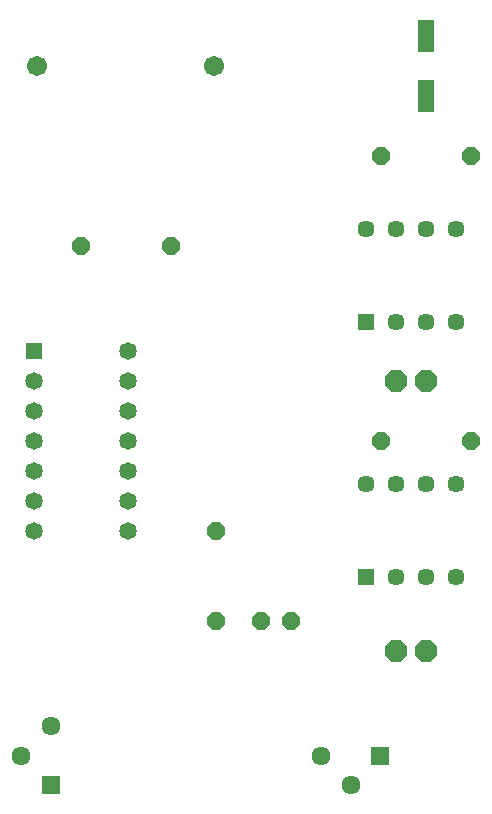
<source format=gbr>
G04 EAGLE Gerber RS-274X export*
G75*
%MOMM*%
%FSLAX34Y34*%
%LPD*%
%INSoldermask Top*%
%IPPOS*%
%AMOC8*
5,1,8,0,0,1.08239X$1,22.5*%
G01*
%ADD10P,1.951982X8X22.500000*%
%ADD11P,1.649562X8X202.500000*%
%ADD12C,1.711200*%
%ADD13P,1.649562X8X112.500000*%
%ADD14P,1.649562X8X22.500000*%
%ADD15R,1.611200X1.611200*%
%ADD16C,1.611200*%
%ADD17R,1.481200X1.481200*%
%ADD18C,1.481200*%
%ADD19R,1.451200X1.451200*%
%ADD20C,1.451200*%
%ADD21R,1.473200X2.743200*%


D10*
X368300Y165100D03*
X393700Y165100D03*
X368300Y393700D03*
X393700Y393700D03*
D11*
X279400Y190500D03*
X254000Y190500D03*
D12*
X64700Y660400D03*
X214700Y660400D03*
D13*
X215900Y190500D03*
X215900Y266700D03*
D14*
X355600Y342900D03*
X431800Y342900D03*
D11*
X431800Y584200D03*
X355600Y584200D03*
X177800Y508000D03*
X101600Y508000D03*
D15*
X76200Y51200D03*
D16*
X51200Y76200D03*
X76200Y101200D03*
D15*
X355200Y76200D03*
D16*
X330200Y51200D03*
X305200Y76200D03*
D17*
X61900Y419100D03*
D18*
X61900Y393700D03*
X61900Y368300D03*
X61900Y342900D03*
X61900Y317500D03*
X61900Y292100D03*
X61900Y266700D03*
X141300Y266700D03*
X141300Y292100D03*
X141300Y317500D03*
X141300Y342900D03*
X141300Y368300D03*
X141300Y393700D03*
X141300Y419100D03*
D19*
X342900Y442900D03*
D20*
X368300Y442900D03*
X393700Y442900D03*
X419100Y442900D03*
X419100Y522300D03*
X393700Y522300D03*
X368300Y522300D03*
X342900Y522300D03*
D19*
X342900Y227000D03*
D20*
X368300Y227000D03*
X393700Y227000D03*
X419100Y227000D03*
X419100Y306400D03*
X393700Y306400D03*
X368300Y306400D03*
X342900Y306400D03*
D21*
X393700Y635000D03*
X393700Y685800D03*
M02*

</source>
